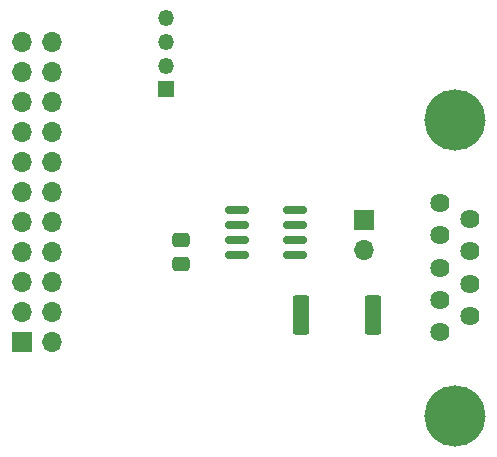
<source format=gts>
G04 #@! TF.GenerationSoftware,KiCad,Pcbnew,8.0.6*
G04 #@! TF.CreationDate,2024-12-29T11:18:31-05:00*
G04 #@! TF.ProjectId,Beagley-ai-1CAN,42656167-6c65-4792-9d61-692d3143414e,rev?*
G04 #@! TF.SameCoordinates,Original*
G04 #@! TF.FileFunction,Soldermask,Top*
G04 #@! TF.FilePolarity,Negative*
%FSLAX46Y46*%
G04 Gerber Fmt 4.6, Leading zero omitted, Abs format (unit mm)*
G04 Created by KiCad (PCBNEW 8.0.6) date 2024-12-29 11:18:31*
%MOMM*%
%LPD*%
G01*
G04 APERTURE LIST*
G04 Aperture macros list*
%AMRoundRect*
0 Rectangle with rounded corners*
0 $1 Rounding radius*
0 $2 $3 $4 $5 $6 $7 $8 $9 X,Y pos of 4 corners*
0 Add a 4 corners polygon primitive as box body*
4,1,4,$2,$3,$4,$5,$6,$7,$8,$9,$2,$3,0*
0 Add four circle primitives for the rounded corners*
1,1,$1+$1,$2,$3*
1,1,$1+$1,$4,$5*
1,1,$1+$1,$6,$7*
1,1,$1+$1,$8,$9*
0 Add four rect primitives between the rounded corners*
20,1,$1+$1,$2,$3,$4,$5,0*
20,1,$1+$1,$4,$5,$6,$7,0*
20,1,$1+$1,$6,$7,$8,$9,0*
20,1,$1+$1,$8,$9,$2,$3,0*%
G04 Aperture macros list end*
%ADD10RoundRect,0.250000X-0.475000X0.337500X-0.475000X-0.337500X0.475000X-0.337500X0.475000X0.337500X0*%
%ADD11R,1.700000X1.700000*%
%ADD12O,1.700000X1.700000*%
%ADD13RoundRect,0.150000X-0.825000X-0.150000X0.825000X-0.150000X0.825000X0.150000X-0.825000X0.150000X0*%
%ADD14RoundRect,0.249999X0.450001X1.425001X-0.450001X1.425001X-0.450001X-1.425001X0.450001X-1.425001X0*%
%ADD15R,1.350000X1.350000*%
%ADD16O,1.350000X1.350000*%
%ADD17C,1.625600*%
%ADD18C,5.181600*%
G04 APERTURE END LIST*
D10*
X101950000Y-61462500D03*
X101950000Y-63537500D03*
D11*
X88490000Y-70120000D03*
D12*
X91030000Y-70120000D03*
X88490000Y-67580000D03*
X91030000Y-67580000D03*
X88490000Y-65040000D03*
X91030000Y-65040000D03*
X88490000Y-62500000D03*
X91030000Y-62500000D03*
X88490000Y-59960000D03*
X91030000Y-59960000D03*
X88490000Y-57420000D03*
X91030000Y-57420000D03*
X88490000Y-54880000D03*
X91030000Y-54880000D03*
X88490000Y-52340000D03*
X91030000Y-52340000D03*
X88490000Y-49800000D03*
X91030000Y-49800000D03*
X88490000Y-47260000D03*
X91030000Y-47260000D03*
X88490000Y-44720000D03*
X91030000Y-44720000D03*
D13*
X106675000Y-58895000D03*
X106675000Y-60165000D03*
X106675000Y-61435000D03*
X106675000Y-62705000D03*
X111625000Y-62705000D03*
X111625000Y-61435000D03*
X111625000Y-60165000D03*
X111625000Y-58895000D03*
D14*
X118250000Y-67800000D03*
X112150000Y-67800000D03*
D15*
X100650000Y-48700000D03*
D16*
X100650000Y-46700000D03*
X100650000Y-44700000D03*
X100650000Y-42700000D03*
D17*
X123880000Y-58313600D03*
X123880000Y-61056800D03*
X123880000Y-63800000D03*
X123880000Y-66543200D03*
X123880000Y-69286400D03*
X126420000Y-59685200D03*
X126420000Y-62428400D03*
X126420000Y-65171600D03*
X126420000Y-67914800D03*
D18*
X125150000Y-51277800D03*
X125150000Y-76322200D03*
D11*
X117450000Y-59800000D03*
D12*
X117450000Y-62340000D03*
M02*

</source>
